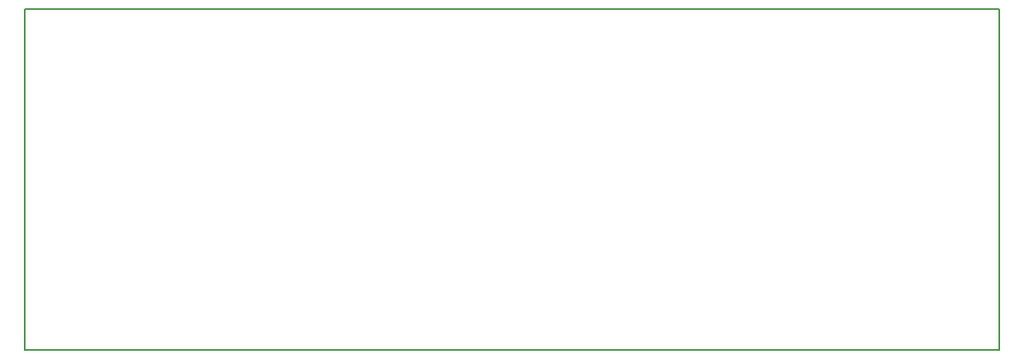
<source format=gbr>
G04 #@! TF.GenerationSoftware,KiCad,Pcbnew,5.0.2+dfsg1-1*
G04 #@! TF.CreationDate,2021-02-25T16:07:11+01:00*
G04 #@! TF.ProjectId,Pager-Interface (KiCAD),50616765-722d-4496-9e74-657266616365,rev?*
G04 #@! TF.SameCoordinates,Original*
G04 #@! TF.FileFunction,Profile,NP*
%FSLAX46Y46*%
G04 Gerber Fmt 4.6, Leading zero omitted, Abs format (unit mm)*
G04 Created by KiCad (PCBNEW 5.0.2+dfsg1-1) date Thu 25 Feb 2021 16:07:11 CET*
%MOMM*%
%LPD*%
G01*
G04 APERTURE LIST*
%ADD10C,0.150000*%
G04 APERTURE END LIST*
D10*
X39000000Y-96000000D02*
X39000000Y-98000000D01*
X61000000Y-96000000D02*
X39000000Y-96000000D01*
X139000000Y-96000000D02*
X61000000Y-96000000D01*
X139000000Y-131000000D02*
X139000000Y-96000000D01*
X138000000Y-131000000D02*
X139000000Y-131000000D01*
X39000000Y-131000000D02*
X138000000Y-131000000D01*
X39000000Y-130000000D02*
X39000000Y-131000000D01*
X39000000Y-128000000D02*
X39000000Y-130000000D01*
X39000000Y-123000000D02*
X39000000Y-128000000D01*
X39000000Y-98000000D02*
X39000000Y-123000000D01*
M02*

</source>
